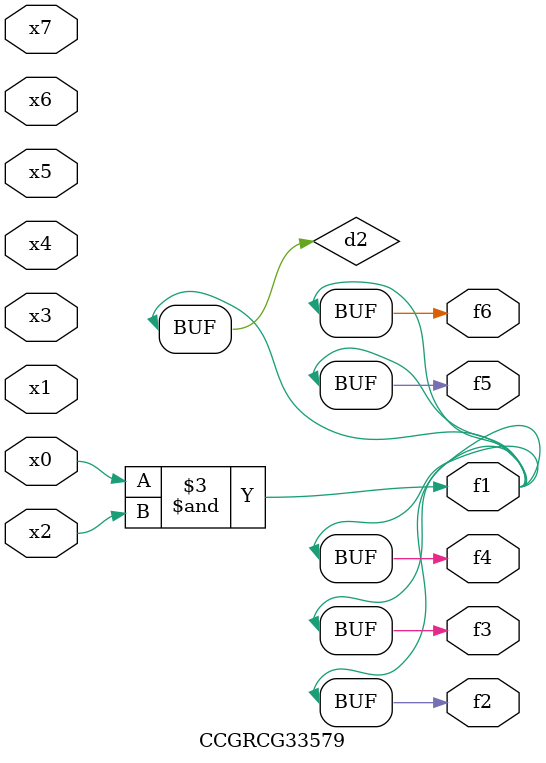
<source format=v>
module CCGRCG33579(
	input x0, x1, x2, x3, x4, x5, x6, x7,
	output f1, f2, f3, f4, f5, f6
);

	wire d1, d2;

	nor (d1, x3, x6);
	and (d2, x0, x2);
	assign f1 = d2;
	assign f2 = d2;
	assign f3 = d2;
	assign f4 = d2;
	assign f5 = d2;
	assign f6 = d2;
endmodule

</source>
